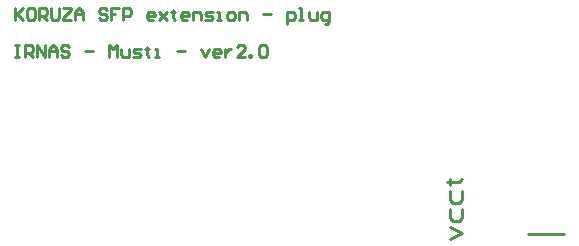
<source format=gto>
G04 Layer_Color=65535*
%FSLAX25Y25*%
%MOIN*%
G70*
G01*
G75*
%ADD22C,0.01000*%
D22*
X217681Y-84000D02*
X229681D01*
X46681Y-21001D02*
X48014D01*
X47348D01*
Y-25000D01*
X46681D01*
X48014D01*
X50013D02*
Y-21001D01*
X52013D01*
X52679Y-21668D01*
Y-23001D01*
X52013Y-23667D01*
X50013D01*
X51346D02*
X52679Y-25000D01*
X54012D02*
Y-21001D01*
X56678Y-25000D01*
Y-21001D01*
X58011Y-25000D02*
Y-22334D01*
X59344Y-21001D01*
X60677Y-22334D01*
Y-25000D01*
Y-23001D01*
X58011D01*
X64675Y-21668D02*
X64009Y-21001D01*
X62676D01*
X62010Y-21668D01*
Y-22334D01*
X62676Y-23001D01*
X64009D01*
X64675Y-23667D01*
Y-24333D01*
X64009Y-25000D01*
X62676D01*
X62010Y-24333D01*
X70007Y-23001D02*
X72673D01*
X78004Y-25000D02*
Y-21001D01*
X79337Y-22334D01*
X80670Y-21001D01*
Y-25000D01*
X82003Y-22334D02*
Y-24333D01*
X82670Y-25000D01*
X84669D01*
Y-22334D01*
X86002Y-25000D02*
X88001D01*
X88668Y-24333D01*
X88001Y-23667D01*
X86668D01*
X86002Y-23001D01*
X86668Y-22334D01*
X88668D01*
X90667Y-21668D02*
Y-22334D01*
X90000D01*
X91333D01*
X90667D01*
Y-24333D01*
X91333Y-25000D01*
X93333D02*
X94666D01*
X93999D01*
Y-22334D01*
X93333D01*
X100664Y-23001D02*
X103330D01*
X108661Y-22334D02*
X109994Y-25000D01*
X111327Y-22334D01*
X114659Y-25000D02*
X113326D01*
X112660Y-24333D01*
Y-23001D01*
X113326Y-22334D01*
X114659D01*
X115326Y-23001D01*
Y-23667D01*
X112660D01*
X116658Y-22334D02*
Y-25000D01*
Y-23667D01*
X117325Y-23001D01*
X117991Y-22334D01*
X118658D01*
X123323Y-25000D02*
X120657D01*
X123323Y-22334D01*
Y-21668D01*
X122657Y-21001D01*
X121324D01*
X120657Y-21668D01*
X124656Y-25000D02*
Y-24333D01*
X125322D01*
Y-25000D01*
X124656D01*
X127988Y-21668D02*
X128655Y-21001D01*
X129988D01*
X130654Y-21668D01*
Y-24333D01*
X129988Y-25000D01*
X128655D01*
X127988Y-24333D01*
Y-21668D01*
X46681Y-8501D02*
Y-12500D01*
Y-11167D01*
X49347Y-8501D01*
X47348Y-10501D01*
X49347Y-12500D01*
X52679Y-8501D02*
X51346D01*
X50680Y-9168D01*
Y-11834D01*
X51346Y-12500D01*
X52679D01*
X53346Y-11834D01*
Y-9168D01*
X52679Y-8501D01*
X54678Y-12500D02*
Y-8501D01*
X56678D01*
X57344Y-9168D01*
Y-10501D01*
X56678Y-11167D01*
X54678D01*
X56011D02*
X57344Y-12500D01*
X58677Y-8501D02*
Y-11834D01*
X59344Y-12500D01*
X60677D01*
X61343Y-11834D01*
Y-8501D01*
X62676D02*
X65342D01*
Y-9168D01*
X62676Y-11834D01*
Y-12500D01*
X65342D01*
X66675D02*
Y-9834D01*
X68008Y-8501D01*
X69340Y-9834D01*
Y-12500D01*
Y-10501D01*
X66675D01*
X77338Y-9168D02*
X76671Y-8501D01*
X75339D01*
X74672Y-9168D01*
Y-9834D01*
X75339Y-10501D01*
X76671D01*
X77338Y-11167D01*
Y-11834D01*
X76671Y-12500D01*
X75339D01*
X74672Y-11834D01*
X81337Y-8501D02*
X78671D01*
Y-10501D01*
X80004D01*
X78671D01*
Y-12500D01*
X82670D02*
Y-8501D01*
X84669D01*
X85335Y-9168D01*
Y-10501D01*
X84669Y-11167D01*
X82670D01*
X92666Y-12500D02*
X91333D01*
X90667Y-11834D01*
Y-10501D01*
X91333Y-9834D01*
X92666D01*
X93333Y-10501D01*
Y-11167D01*
X90667D01*
X94666Y-9834D02*
X97331Y-12500D01*
X95999Y-11167D01*
X97331Y-9834D01*
X94666Y-12500D01*
X99331Y-9168D02*
Y-9834D01*
X98664D01*
X99997D01*
X99331D01*
Y-11834D01*
X99997Y-12500D01*
X103996D02*
X102663D01*
X101997Y-11834D01*
Y-10501D01*
X102663Y-9834D01*
X103996D01*
X104662Y-10501D01*
Y-11167D01*
X101997D01*
X105995Y-12500D02*
Y-9834D01*
X107995D01*
X108661Y-10501D01*
Y-12500D01*
X109994D02*
X111993D01*
X112660Y-11834D01*
X111993Y-11167D01*
X110661D01*
X109994Y-10501D01*
X110661Y-9834D01*
X112660D01*
X113993Y-12500D02*
X115326D01*
X114659D01*
Y-9834D01*
X113993D01*
X117991Y-12500D02*
X119324D01*
X119991Y-11834D01*
Y-10501D01*
X119324Y-9834D01*
X117991D01*
X117325Y-10501D01*
Y-11834D01*
X117991Y-12500D01*
X121324D02*
Y-9834D01*
X123323D01*
X123989Y-10501D01*
Y-12500D01*
X129321Y-10501D02*
X131987D01*
X137319Y-13833D02*
Y-9834D01*
X139318D01*
X139984Y-10501D01*
Y-11834D01*
X139318Y-12500D01*
X137319D01*
X141317D02*
X142650D01*
X141984D01*
Y-8501D01*
X141317D01*
X144650Y-9834D02*
Y-11834D01*
X145316Y-12500D01*
X147315D01*
Y-9834D01*
X149981Y-13833D02*
X150648D01*
X151314Y-13167D01*
Y-9834D01*
X149315D01*
X148648Y-10501D01*
Y-11834D01*
X149315Y-12500D01*
X151314D01*
X191682Y-85500D02*
X195681Y-83501D01*
X191682Y-81501D01*
Y-75503D02*
Y-78502D01*
X192682Y-79502D01*
X194681D01*
X195681Y-78502D01*
Y-75503D01*
X191682Y-69505D02*
Y-72504D01*
X192682Y-73504D01*
X194681D01*
X195681Y-72504D01*
Y-69505D01*
X190683Y-66506D02*
X191682D01*
Y-67506D01*
Y-65507D01*
Y-66506D01*
X194681D01*
X195681Y-65507D01*
M02*

</source>
